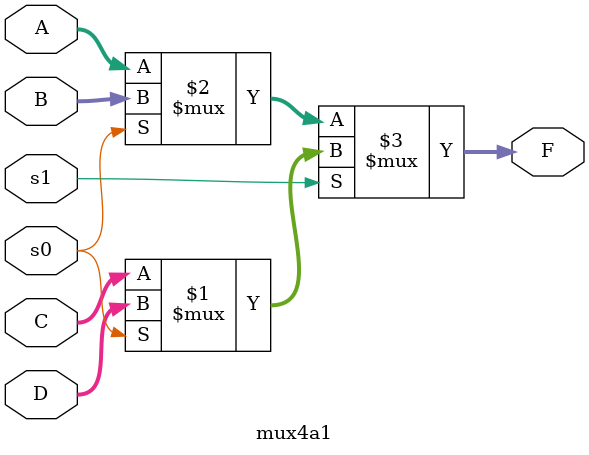
<source format=v>

module mux4a1 #(
	parameter width=4
	)(
	input [width-1:0] A,
	input [width-1:0] B,
	input [width-1:0] C,
	input [width-1:0] D,
	input s0,
	input s1,
	output [width-1:0] F
	);

assign F = s1 ? (s0 ? D : C) : (s0 ? B : A);

endmodule

</source>
